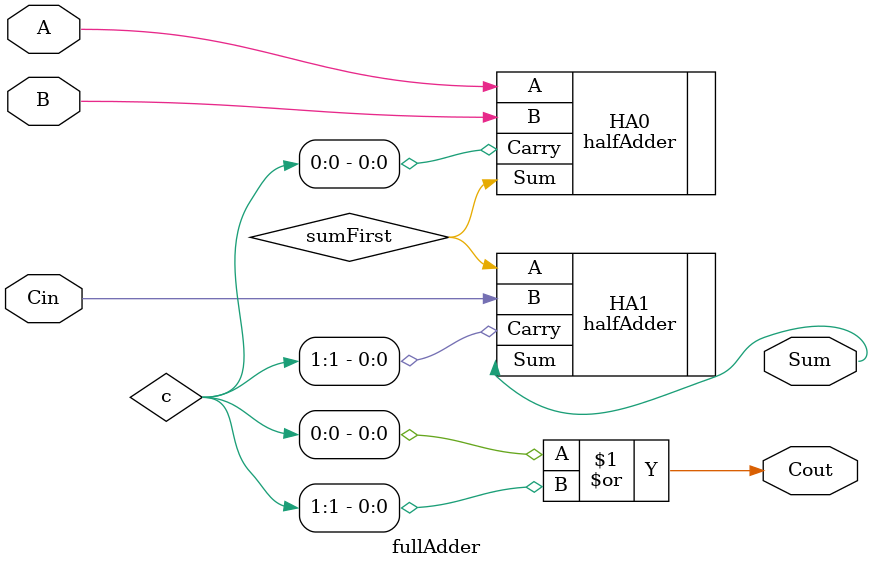
<source format=v>
module fullAdder(input A, B, Cin, output Sum, Cout);
	wire sumFirst;
	wire[2:0] c;
	halfAdder HA0(.A(A), .B(B), .Sum(sumFirst), .Carry(c[0]));
	halfAdder HA1(.A(sumFirst), .B(Cin), .Sum(Sum), .Carry(c[1]));
	or or1(Cout, c[0], c[1]);
endmodule 
</source>
